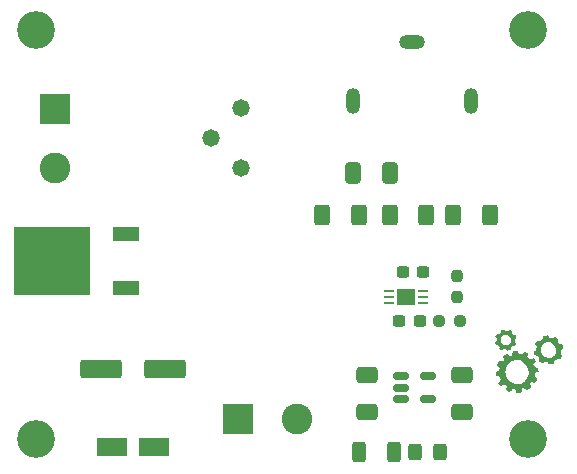
<source format=gts>
%TF.GenerationSoftware,KiCad,Pcbnew,(6.0.7-1)-1*%
%TF.CreationDate,2022-08-15T15:40:10-06:00*%
%TF.ProjectId,led_modulator,6c65645f-6d6f-4647-956c-61746f722e6b,rev?*%
%TF.SameCoordinates,Original*%
%TF.FileFunction,Soldermask,Top*%
%TF.FilePolarity,Negative*%
%FSLAX46Y46*%
G04 Gerber Fmt 4.6, Leading zero omitted, Abs format (unit mm)*
G04 Created by KiCad (PCBNEW (6.0.7-1)-1) date 2022-08-15 15:40:10*
%MOMM*%
%LPD*%
G01*
G04 APERTURE LIST*
G04 Aperture macros list*
%AMRoundRect*
0 Rectangle with rounded corners*
0 $1 Rounding radius*
0 $2 $3 $4 $5 $6 $7 $8 $9 X,Y pos of 4 corners*
0 Add a 4 corners polygon primitive as box body*
4,1,4,$2,$3,$4,$5,$6,$7,$8,$9,$2,$3,0*
0 Add four circle primitives for the rounded corners*
1,1,$1+$1,$2,$3*
1,1,$1+$1,$4,$5*
1,1,$1+$1,$6,$7*
1,1,$1+$1,$8,$9*
0 Add four rect primitives between the rounded corners*
20,1,$1+$1,$2,$3,$4,$5,0*
20,1,$1+$1,$4,$5,$6,$7,0*
20,1,$1+$1,$6,$7,$8,$9,0*
20,1,$1+$1,$8,$9,$2,$3,0*%
G04 Aperture macros list end*
%ADD10RoundRect,0.250000X-0.650000X0.412500X-0.650000X-0.412500X0.650000X-0.412500X0.650000X0.412500X0*%
%ADD11C,3.200000*%
%ADD12RoundRect,0.237500X0.300000X0.237500X-0.300000X0.237500X-0.300000X-0.237500X0.300000X-0.237500X0*%
%ADD13RoundRect,0.250000X1.500000X0.550000X-1.500000X0.550000X-1.500000X-0.550000X1.500000X-0.550000X0*%
%ADD14RoundRect,0.250000X-0.312500X-0.625000X0.312500X-0.625000X0.312500X0.625000X-0.312500X0.625000X0*%
%ADD15RoundRect,0.237500X-0.250000X-0.237500X0.250000X-0.237500X0.250000X0.237500X-0.250000X0.237500X0*%
%ADD16RoundRect,0.250000X0.325000X0.450000X-0.325000X0.450000X-0.325000X-0.450000X0.325000X-0.450000X0*%
%ADD17RoundRect,0.250000X-0.400000X-0.625000X0.400000X-0.625000X0.400000X0.625000X-0.400000X0.625000X0*%
%ADD18RoundRect,0.250000X-0.412500X-0.650000X0.412500X-0.650000X0.412500X0.650000X-0.412500X0.650000X0*%
%ADD19RoundRect,0.237500X0.237500X-0.250000X0.237500X0.250000X-0.237500X0.250000X-0.237500X-0.250000X0*%
%ADD20RoundRect,0.062500X0.350000X0.062500X-0.350000X0.062500X-0.350000X-0.062500X0.350000X-0.062500X0*%
%ADD21R,1.650000X1.350000*%
%ADD22RoundRect,0.250000X1.050000X0.550000X-1.050000X0.550000X-1.050000X-0.550000X1.050000X-0.550000X0*%
%ADD23R,2.600000X2.600000*%
%ADD24C,2.600000*%
%ADD25C,1.473200*%
%ADD26RoundRect,0.150000X-0.512500X-0.150000X0.512500X-0.150000X0.512500X0.150000X-0.512500X0.150000X0*%
%ADD27R,2.200000X1.200000*%
%ADD28R,6.400000X5.800000*%
%ADD29O,1.200000X2.200000*%
%ADD30O,2.200000X1.200000*%
G04 APERTURE END LIST*
G36*
X158889696Y-137784822D02*
G01*
X158839695Y-137705176D01*
X158802041Y-137648146D01*
X158771568Y-137609553D01*
X158743107Y-137585222D01*
X158711491Y-137570973D01*
X158671552Y-137562630D01*
X158618123Y-137556016D01*
X158604717Y-137554457D01*
X158550687Y-137549781D01*
X158514461Y-137553882D01*
X158482290Y-137570146D01*
X158453338Y-137591745D01*
X158404905Y-137626895D01*
X158356946Y-137657286D01*
X158343471Y-137664662D01*
X158320750Y-137675185D01*
X158300514Y-137678590D01*
X158276252Y-137672713D01*
X158241455Y-137655389D01*
X158189611Y-137624454D01*
X158151410Y-137600817D01*
X158091978Y-137563810D01*
X158043519Y-137533407D01*
X158011938Y-137513327D01*
X158002875Y-137507274D01*
X158003556Y-137490603D01*
X158010191Y-137450621D01*
X158021433Y-137395181D01*
X158024571Y-137380876D01*
X158051647Y-137259173D01*
X157993356Y-137175522D01*
X157959043Y-137126652D01*
X157929360Y-137085020D01*
X157913750Y-137063689D01*
X157883801Y-137043907D01*
X157825914Y-137028472D01*
X157776344Y-137020929D01*
X157717991Y-137012092D01*
X157672504Y-137002403D01*
X157648918Y-136993821D01*
X157648107Y-136993094D01*
X157639058Y-136971970D01*
X157626220Y-136928219D01*
X157612113Y-136870594D01*
X157609716Y-136859799D01*
X157595810Y-136797106D01*
X157583498Y-136743188D01*
X157575213Y-136708680D01*
X157574618Y-136706395D01*
X157574751Y-136686025D01*
X157589611Y-136664333D01*
X157623893Y-136636361D01*
X157671173Y-136604353D01*
X157726794Y-136564358D01*
X157753915Y-136539698D01*
X158184310Y-136539698D01*
X158185059Y-136618027D01*
X158188553Y-136674446D01*
X158196663Y-136719041D01*
X158211261Y-136761899D01*
X158234218Y-136813109D01*
X158235549Y-136815921D01*
X158313176Y-136944848D01*
X158412214Y-137051653D01*
X158529791Y-137134148D01*
X158663037Y-137190144D01*
X158753395Y-137210776D01*
X158894063Y-137218700D01*
X159025074Y-137196216D01*
X159145693Y-137143549D01*
X159255189Y-137060928D01*
X159263871Y-137052618D01*
X159354684Y-136942895D01*
X159420033Y-136817978D01*
X159458421Y-136683137D01*
X159468350Y-136543641D01*
X159448323Y-136404758D01*
X159448181Y-136404215D01*
X159398572Y-136270599D01*
X159325903Y-136153728D01*
X159233976Y-136055548D01*
X159126588Y-135978007D01*
X159007540Y-135923049D01*
X158880629Y-135892623D01*
X158749654Y-135888673D01*
X158618416Y-135913148D01*
X158544034Y-135940971D01*
X158445508Y-136000739D01*
X158353974Y-136085990D01*
X158275666Y-136190209D01*
X158235549Y-136263474D01*
X158212148Y-136315331D01*
X158197195Y-136358358D01*
X158188819Y-136402642D01*
X158185148Y-136458271D01*
X158184311Y-136535331D01*
X158184310Y-136539698D01*
X157753915Y-136539698D01*
X157766439Y-136528310D01*
X157783997Y-136501770D01*
X157784018Y-136501677D01*
X157790617Y-136468110D01*
X157800184Y-136415552D01*
X157808656Y-136366954D01*
X157825855Y-136266233D01*
X157746531Y-136166544D01*
X157667206Y-136066856D01*
X157757705Y-135919945D01*
X157806151Y-135844322D01*
X157845882Y-135793471D01*
X157883264Y-135763931D01*
X157924662Y-135752239D01*
X157976443Y-135754933D01*
X158038683Y-135767133D01*
X158146440Y-135791306D01*
X158232629Y-135731945D01*
X158280174Y-135697263D01*
X158307364Y-135669406D01*
X158321196Y-135638575D01*
X158328291Y-135597981D01*
X158336843Y-135526908D01*
X158344738Y-135475734D01*
X158356766Y-135440046D01*
X158377716Y-135415432D01*
X158412378Y-135397478D01*
X158465541Y-135381773D01*
X158541994Y-135363904D01*
X158595775Y-135351538D01*
X158767166Y-135311535D01*
X158835851Y-135417351D01*
X158904537Y-135523167D01*
X159140241Y-135565339D01*
X159216327Y-135501182D01*
X159269805Y-135458578D01*
X159313089Y-135433872D01*
X159353723Y-135427187D01*
X159399251Y-135438649D01*
X159457216Y-135468381D01*
X159518837Y-135506178D01*
X159661678Y-135596307D01*
X159639790Y-135687883D01*
X159624268Y-135761856D01*
X159620974Y-135816768D01*
X159632218Y-135863990D01*
X159660308Y-135914897D01*
X159696175Y-135965528D01*
X159774479Y-136071572D01*
X159895722Y-136082934D01*
X159957495Y-136089458D01*
X159994573Y-136096679D01*
X160014189Y-136107581D01*
X160023576Y-136125148D01*
X160026599Y-136136940D01*
X160035546Y-136175839D01*
X160048577Y-136231716D01*
X160058899Y-136275615D01*
X160072086Y-136331765D01*
X160082932Y-136378430D01*
X160087978Y-136400566D01*
X160083011Y-136421746D01*
X160057189Y-136448854D01*
X160007006Y-136485280D01*
X159986705Y-136498513D01*
X159879018Y-136567539D01*
X159858854Y-136699260D01*
X159850106Y-136758186D01*
X159846891Y-136801223D01*
X159851836Y-136836282D01*
X159867567Y-136871273D01*
X159896708Y-136914105D01*
X159941885Y-136972690D01*
X159955302Y-136989842D01*
X159969976Y-137009698D01*
X159977343Y-137027546D01*
X159975557Y-137048787D01*
X159962775Y-137078825D01*
X159937152Y-137123062D01*
X159896844Y-137186901D01*
X159877959Y-137216382D01*
X159831240Y-137283619D01*
X159789830Y-137325328D01*
X159745745Y-137345101D01*
X159691003Y-137346531D01*
X159618111Y-137333320D01*
X159513023Y-137309350D01*
X159428411Y-137367625D01*
X159385990Y-137398251D01*
X159358359Y-137425228D01*
X159341296Y-137457034D01*
X159330578Y-137502151D01*
X159321986Y-137569059D01*
X159320248Y-137584902D01*
X159312617Y-137638904D01*
X159301688Y-137670051D01*
X159283064Y-137687483D01*
X159267390Y-137694757D01*
X159236171Y-137704848D01*
X159185769Y-137718742D01*
X159123491Y-137734696D01*
X159056647Y-137750968D01*
X158992544Y-137765814D01*
X158938491Y-137777492D01*
X158901797Y-137784260D01*
X158894063Y-137784619D01*
X158889696Y-137784822D01*
G37*
G36*
X156115692Y-140206208D02*
G01*
X156063333Y-140054310D01*
X156010974Y-139902411D01*
X155932487Y-139885579D01*
X155860087Y-139871912D01*
X155809418Y-139869686D01*
X155771434Y-139881549D01*
X155737087Y-139910147D01*
X155701091Y-139953298D01*
X155657261Y-140002944D01*
X155610660Y-140045806D01*
X155578389Y-140068366D01*
X155521722Y-140098884D01*
X155384092Y-140037558D01*
X155323740Y-140009958D01*
X155275497Y-139986560D01*
X155246155Y-139970726D01*
X155240559Y-139966503D01*
X155240842Y-139947568D01*
X155246417Y-139904590D01*
X155256239Y-139844904D01*
X155263621Y-139804726D01*
X155274996Y-139738764D01*
X155281983Y-139685262D01*
X155283755Y-139651491D01*
X155281989Y-139643741D01*
X155265553Y-139629842D01*
X155231219Y-139600788D01*
X155185519Y-139562106D01*
X155170931Y-139549756D01*
X155070470Y-139464709D01*
X154922853Y-139521949D01*
X154775236Y-139579188D01*
X154739274Y-139535908D01*
X154710347Y-139498798D01*
X154673052Y-139447980D01*
X154645305Y-139408615D01*
X154587299Y-139324603D01*
X154644004Y-139256567D01*
X154687116Y-139204940D01*
X154731028Y-139152503D01*
X154747813Y-139132514D01*
X154794916Y-139076497D01*
X154691698Y-138804411D01*
X154538490Y-138780404D01*
X154472189Y-138769348D01*
X154418750Y-138759181D01*
X154385421Y-138751351D01*
X154378107Y-138748393D01*
X154373926Y-138729963D01*
X154368562Y-138686977D01*
X154362856Y-138626830D01*
X154359731Y-138587105D01*
X154348529Y-138433819D01*
X154389798Y-138415681D01*
X155175042Y-138415681D01*
X155193745Y-138591769D01*
X155243116Y-138766167D01*
X155246666Y-138775458D01*
X155322127Y-138929295D01*
X155420513Y-139065411D01*
X155538316Y-139182365D01*
X155672028Y-139278717D01*
X155818141Y-139353026D01*
X155973146Y-139403852D01*
X156133536Y-139429754D01*
X156295803Y-139429293D01*
X156456437Y-139401026D01*
X156611932Y-139343515D01*
X156620283Y-139339466D01*
X156738435Y-139265251D01*
X156849000Y-139164854D01*
X156947989Y-139043899D01*
X157031415Y-138908011D01*
X157095292Y-138762815D01*
X157135632Y-138613934D01*
X157135976Y-138612040D01*
X157143980Y-138533244D01*
X157144816Y-138435985D01*
X157139173Y-138332719D01*
X157127743Y-138235902D01*
X157111216Y-138157990D01*
X157110688Y-138156207D01*
X157044301Y-137986818D01*
X156953089Y-137834810D01*
X156839862Y-137702308D01*
X156707426Y-137591436D01*
X156558589Y-137504316D01*
X156396160Y-137443072D01*
X156222945Y-137409828D01*
X156116446Y-137404207D01*
X155952786Y-137414999D01*
X155807583Y-137449301D01*
X155675641Y-137509056D01*
X155551763Y-137596206D01*
X155513661Y-137629570D01*
X155390976Y-137762815D01*
X155294974Y-137911468D01*
X155226454Y-138072110D01*
X155186211Y-138241321D01*
X155175042Y-138415681D01*
X154389798Y-138415681D01*
X154441845Y-138392806D01*
X154502465Y-138367344D01*
X154561100Y-138344620D01*
X154593665Y-138333284D01*
X154624960Y-138321781D01*
X154644130Y-138306453D01*
X154656225Y-138279018D01*
X154666296Y-138231195D01*
X154670384Y-138207482D01*
X154680778Y-138148971D01*
X154690155Y-138100846D01*
X154696181Y-138074710D01*
X154688288Y-138051839D01*
X154654470Y-138014892D01*
X154593910Y-137963015D01*
X154576791Y-137949413D01*
X154449817Y-137849596D01*
X154474322Y-137790835D01*
X154521710Y-137685206D01*
X154564502Y-137607714D01*
X154604718Y-137555178D01*
X154643068Y-137525112D01*
X154672423Y-137510902D01*
X154699707Y-137504150D01*
X154734188Y-137504581D01*
X154785135Y-137511917D01*
X154827921Y-137519603D01*
X154958024Y-137543579D01*
X155082818Y-137395581D01*
X155030077Y-137259731D01*
X155006599Y-137197737D01*
X154988253Y-137146415D01*
X154977760Y-137113511D01*
X154976318Y-137106678D01*
X154988305Y-137090876D01*
X155021308Y-137061947D01*
X155069500Y-137024208D01*
X155127056Y-136981974D01*
X155188151Y-136939560D01*
X155246959Y-136901282D01*
X155282115Y-136880137D01*
X155340852Y-136846385D01*
X155462250Y-136950382D01*
X155583648Y-137054380D01*
X155662527Y-137028180D01*
X155696691Y-137016724D01*
X155720390Y-137005310D01*
X155736640Y-136988108D01*
X155748457Y-136959291D01*
X155758860Y-136913031D01*
X155770865Y-136843498D01*
X155776899Y-136807219D01*
X155787810Y-136748794D01*
X155799593Y-136712982D01*
X155817291Y-136690659D01*
X155845947Y-136672701D01*
X155853361Y-136668868D01*
X155903427Y-136651367D01*
X155977222Y-136636163D01*
X156066472Y-136624960D01*
X156066765Y-136624933D01*
X156221845Y-136610753D01*
X156276296Y-136763100D01*
X156330747Y-136915446D01*
X156401259Y-136926962D01*
X156455979Y-136936140D01*
X156504798Y-136944712D01*
X156514738Y-136946544D01*
X156539709Y-136947465D01*
X156563482Y-136936636D01*
X156592628Y-136909303D01*
X156633715Y-136860711D01*
X156634246Y-136860055D01*
X156679959Y-136809539D01*
X156727322Y-136766674D01*
X156766357Y-136740453D01*
X156767562Y-136739897D01*
X156794827Y-136728601D01*
X156818263Y-136724350D01*
X156845482Y-136728688D01*
X156884096Y-136743161D01*
X156941717Y-136769315D01*
X156964154Y-136779814D01*
X157023889Y-136808932D01*
X157070708Y-136833897D01*
X157098349Y-136851253D01*
X157103124Y-136856567D01*
X157099886Y-136876268D01*
X157091902Y-136919791D01*
X157080579Y-136979547D01*
X157073775Y-137014845D01*
X157045271Y-137161889D01*
X157153493Y-137250919D01*
X157203686Y-137290939D01*
X157245130Y-137321635D01*
X157271316Y-137338282D01*
X157276117Y-137339950D01*
X157296499Y-137334423D01*
X157339145Y-137319606D01*
X157396615Y-137298143D01*
X157429183Y-137285513D01*
X157567847Y-137231075D01*
X157648871Y-137342473D01*
X157686772Y-137395689D01*
X157717300Y-137440605D01*
X157735467Y-137469810D01*
X157737976Y-137474931D01*
X157731612Y-137495411D01*
X157707889Y-137533179D01*
X157671056Y-137581907D01*
X157645720Y-137612282D01*
X157545382Y-137728574D01*
X157594078Y-137866366D01*
X157642775Y-138004159D01*
X157798197Y-138030191D01*
X157864725Y-138041813D01*
X157918256Y-138052068D01*
X157951711Y-138059549D01*
X157959290Y-138062201D01*
X157962821Y-138079705D01*
X157967703Y-138121924D01*
X157973167Y-138181632D01*
X157976414Y-138222980D01*
X157987866Y-138377780D01*
X157926038Y-138408845D01*
X157873238Y-138432497D01*
X157809343Y-138457297D01*
X157779041Y-138467777D01*
X157736342Y-138482114D01*
X157708366Y-138495967D01*
X157690471Y-138516258D01*
X157678016Y-138549907D01*
X157666358Y-138603836D01*
X157657891Y-138648404D01*
X157635839Y-138764482D01*
X157758026Y-138862017D01*
X157810091Y-138904580D01*
X157851111Y-138940023D01*
X157875654Y-138963544D01*
X157880214Y-138970009D01*
X157874078Y-138988282D01*
X157857606Y-139028702D01*
X157833703Y-139084275D01*
X157818569Y-139118477D01*
X157785539Y-139188498D01*
X157758097Y-139235429D01*
X157731241Y-139266389D01*
X157699966Y-139288494D01*
X157698464Y-139289345D01*
X157663578Y-139307075D01*
X157633955Y-139314067D01*
X157597401Y-139311133D01*
X157544041Y-139299631D01*
X157486365Y-139287387D01*
X157436538Y-139279088D01*
X157411841Y-139276810D01*
X157378659Y-139288857D01*
X157338393Y-139319456D01*
X157300484Y-139359744D01*
X157274373Y-139400857D01*
X157271265Y-139408785D01*
X157272433Y-139435706D01*
X157283636Y-139483741D01*
X157302719Y-139544411D01*
X157312971Y-139572700D01*
X157337959Y-139642870D01*
X157350460Y-139689488D01*
X157351612Y-139717969D01*
X157346073Y-139730260D01*
X157319519Y-139754822D01*
X157275254Y-139788262D01*
X157219539Y-139826645D01*
X157158634Y-139866038D01*
X157098799Y-139902505D01*
X157046294Y-139932111D01*
X157007380Y-139950923D01*
X156988401Y-139955057D01*
X156967701Y-139939425D01*
X156929922Y-139908093D01*
X156881826Y-139866723D01*
X156860685Y-139848165D01*
X156753443Y-139753459D01*
X156676627Y-139781932D01*
X156632178Y-139798634D01*
X156602338Y-139810273D01*
X156595405Y-139813306D01*
X156591053Y-139829290D01*
X156583185Y-139869526D01*
X156573200Y-139926637D01*
X156568705Y-139953921D01*
X156557485Y-140018098D01*
X156546769Y-140070598D01*
X156538329Y-140103027D01*
X156536085Y-140108345D01*
X156502854Y-140136630D01*
X156444481Y-140160274D01*
X156367766Y-140176755D01*
X156343713Y-140179765D01*
X156277783Y-140186975D01*
X156213148Y-140194346D01*
X156181696Y-140198097D01*
X156133536Y-140204015D01*
X156115692Y-140206208D01*
G37*
G36*
X155179107Y-136475881D02*
G01*
X155134085Y-136470068D01*
X155079998Y-136465440D01*
X155043866Y-136468330D01*
X155012832Y-136482785D01*
X154974042Y-136512850D01*
X154959619Y-136524971D01*
X154882447Y-136590043D01*
X154769123Y-136528859D01*
X154713686Y-136498588D01*
X154679985Y-136475018D01*
X154664318Y-136449625D01*
X154662982Y-136413884D01*
X154672277Y-136359270D01*
X154679638Y-136322795D01*
X154672058Y-136287938D01*
X154638282Y-136236567D01*
X154613455Y-136206758D01*
X154573687Y-136162803D01*
X154544262Y-136137912D01*
X154514893Y-136126672D01*
X154475293Y-136123672D01*
X154455340Y-136123567D01*
X154370000Y-136123567D01*
X154329790Y-136003973D01*
X154289581Y-135884380D01*
X154368357Y-135818425D01*
X154410894Y-135781613D01*
X154434457Y-135753649D01*
X154444650Y-135722877D01*
X154446449Y-135689370D01*
X154767106Y-135689370D01*
X154779432Y-135801244D01*
X154817675Y-135907718D01*
X154881040Y-136001742D01*
X154971320Y-136082413D01*
X155074630Y-136133871D01*
X155191472Y-136156341D01*
X155228512Y-136157466D01*
X155304721Y-136152914D01*
X155371968Y-136141160D01*
X155402112Y-136131525D01*
X155488960Y-136079050D01*
X155562783Y-136002641D01*
X155617123Y-135909694D01*
X155632557Y-135867590D01*
X155643695Y-135801579D01*
X155645013Y-135720036D01*
X155637029Y-135637723D01*
X155622301Y-135575132D01*
X155577914Y-135487754D01*
X155509531Y-135405994D01*
X155425033Y-135338382D01*
X155379962Y-135312916D01*
X155278768Y-135278529D01*
X155172029Y-135268571D01*
X155067145Y-135282001D01*
X154971517Y-135317780D01*
X154892542Y-135374870D01*
X154885214Y-135382381D01*
X154820037Y-135473836D01*
X154780654Y-135578200D01*
X154767106Y-135689370D01*
X154446449Y-135689370D01*
X154447079Y-135677641D01*
X154447133Y-135654604D01*
X154445547Y-135598072D01*
X154437544Y-135560569D01*
X154418254Y-135529151D01*
X154387240Y-135495402D01*
X154327348Y-135434066D01*
X154389007Y-135314288D01*
X154420498Y-135257373D01*
X154449972Y-135211442D01*
X154472312Y-135184263D01*
X154476909Y-135180900D01*
X154506968Y-135175221D01*
X154555495Y-135175447D01*
X154589542Y-135178716D01*
X154641678Y-135183942D01*
X154675756Y-135179974D01*
X154705205Y-135163392D01*
X154729586Y-135143035D01*
X154761899Y-135110929D01*
X154777811Y-135079890D01*
X154782945Y-135036197D01*
X154783239Y-135012039D01*
X154786075Y-134960701D01*
X154798036Y-134923371D01*
X154824303Y-134895034D01*
X154870054Y-134870675D01*
X154940468Y-134845279D01*
X154962918Y-134838058D01*
X155086363Y-134798856D01*
X155129250Y-134857021D01*
X155170454Y-134908525D01*
X155206206Y-134938169D01*
X155247112Y-134951781D01*
X155303782Y-134955191D01*
X155307918Y-134955199D01*
X155364101Y-134952238D01*
X155404788Y-134939355D01*
X155446255Y-134910547D01*
X155459788Y-134899181D01*
X155499150Y-134867795D01*
X155529815Y-134847468D01*
X155540820Y-134843163D01*
X155561611Y-134850510D01*
X155601765Y-134869856D01*
X155652946Y-134897160D01*
X155657667Y-134899792D01*
X155758928Y-134956420D01*
X155749349Y-135048068D01*
X155745192Y-135101376D01*
X155749496Y-135137319D01*
X155766533Y-135169787D01*
X155799605Y-135211509D01*
X155835547Y-135251980D01*
X155865853Y-135274483D01*
X155903334Y-135285539D01*
X155956345Y-135291305D01*
X156053249Y-135299307D01*
X156090152Y-135419345D01*
X156107493Y-135475766D01*
X156120543Y-135518257D01*
X156127029Y-135539416D01*
X156127359Y-135540506D01*
X156116339Y-135550174D01*
X156088013Y-135573454D01*
X156069375Y-135588521D01*
X156031218Y-135618730D01*
X156002563Y-135640549D01*
X155995671Y-135645399D01*
X155986531Y-135665461D01*
X155977965Y-135707887D01*
X155972385Y-135757434D01*
X155968966Y-135813586D01*
X155971934Y-135849214D01*
X155984881Y-135875680D01*
X156011398Y-135904348D01*
X156022081Y-135914640D01*
X156055568Y-135950765D01*
X156076327Y-135980938D01*
X156079647Y-135991301D01*
X156071345Y-136023053D01*
X156049686Y-136071655D01*
X156019536Y-136127642D01*
X155985765Y-136181549D01*
X155971585Y-136201409D01*
X155947565Y-136231298D01*
X155926014Y-136246297D01*
X155896032Y-136249920D01*
X155846722Y-136245681D01*
X155837493Y-136244642D01*
X155782403Y-136239962D01*
X155746034Y-136243433D01*
X155715529Y-136257990D01*
X155687647Y-136278835D01*
X155655501Y-136307096D01*
X155638738Y-136333701D01*
X155632400Y-136370698D01*
X155631506Y-136415290D01*
X155629770Y-136463825D01*
X155621148Y-136498741D01*
X155600524Y-136524872D01*
X155562777Y-136547051D01*
X155502790Y-136570113D01*
X155448409Y-136588204D01*
X155337335Y-136624356D01*
X155284596Y-136562021D01*
X155254448Y-136524687D01*
X155235245Y-136497641D01*
X155231618Y-136489961D01*
X155228512Y-136488559D01*
X155216976Y-136483350D01*
X155179107Y-136475881D01*
G37*
D10*
X143460000Y-138712500D03*
X143460000Y-141837500D03*
D11*
X115425000Y-109425000D03*
D12*
X147912500Y-134100000D03*
X146187500Y-134100000D03*
D13*
X126350000Y-138200000D03*
X120950000Y-138200000D03*
D14*
X142812500Y-145225000D03*
X145737500Y-145225000D03*
D15*
X149512500Y-134100000D03*
X151337500Y-134100000D03*
D10*
X151460000Y-138712500D03*
X151460000Y-141837500D03*
D16*
X149600000Y-145225000D03*
X147550000Y-145225000D03*
D11*
X157075000Y-144075000D03*
D17*
X145370000Y-125100000D03*
X148470000Y-125100000D03*
D18*
X142247500Y-121600000D03*
X145372500Y-121600000D03*
D19*
X151070000Y-132100000D03*
X151070000Y-130275000D03*
D20*
X148237500Y-132600000D03*
X148237500Y-132100000D03*
X148237500Y-131600000D03*
X145362500Y-131600000D03*
X145362500Y-132100000D03*
X145362500Y-132600000D03*
D21*
X146800000Y-132100000D03*
D17*
X139670000Y-125100000D03*
X142770000Y-125100000D03*
D11*
X157075000Y-109425000D03*
D22*
X125450000Y-144800000D03*
X121850000Y-144800000D03*
D11*
X115425000Y-144075000D03*
D23*
X132530000Y-142425000D03*
D24*
X137530000Y-142425000D03*
D25*
X132750000Y-116075000D03*
X130210000Y-118615000D03*
X132750000Y-121155000D03*
D26*
X146322500Y-138800000D03*
X146322500Y-139750000D03*
X146322500Y-140700000D03*
X148597500Y-140700000D03*
X148597500Y-138800000D03*
D17*
X150780000Y-125100000D03*
X153880000Y-125100000D03*
D12*
X148237500Y-129975000D03*
X146512500Y-129975000D03*
D27*
X123050000Y-131280000D03*
D28*
X116750000Y-129000000D03*
D27*
X123050000Y-126720000D03*
D23*
X117075000Y-116115000D03*
D24*
X117075000Y-121115000D03*
D29*
X152250000Y-115500000D03*
D30*
X147250000Y-110500000D03*
D29*
X142250000Y-115500000D03*
M02*

</source>
